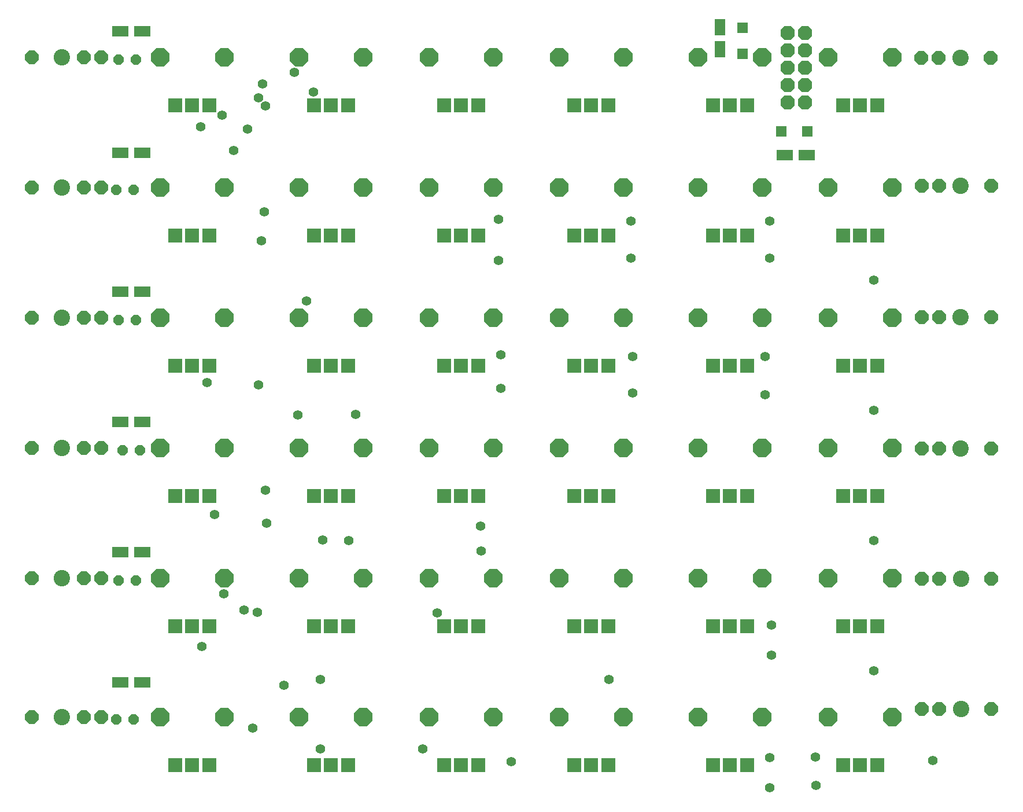
<source format=gbs>
G75*
%MOIN*%
%OFA0B0*%
%FSLAX25Y25*%
%IPPOS*%
%LPD*%
%AMOC8*
5,1,8,0,0,1.08239X$1,22.5*
%
%ADD10OC8,0.07800*%
%ADD11C,0.09461*%
%ADD12R,0.09461X0.06312*%
%ADD13OC8,0.06000*%
%ADD14R,0.08200X0.08200*%
%ADD15OC8,0.10800*%
%ADD16R,0.06312X0.06312*%
%ADD17OC8,0.08200*%
%ADD18R,0.06312X0.09461*%
%ADD19C,0.05550*%
D10*
X0028800Y0061300D03*
X0058800Y0061300D03*
X0068800Y0061300D03*
X0068800Y0141300D03*
X0058800Y0141300D03*
X0028800Y0141300D03*
X0028800Y0216300D03*
X0058800Y0216300D03*
X0068800Y0216300D03*
X0068800Y0291300D03*
X0058800Y0291300D03*
X0028800Y0291300D03*
X0028800Y0366300D03*
X0058800Y0366300D03*
X0068800Y0366300D03*
X0068800Y0441300D03*
X0058800Y0441300D03*
X0028800Y0441300D03*
X0541648Y0440931D03*
X0551648Y0440931D03*
X0581648Y0440931D03*
X0581804Y0367083D03*
X0551804Y0367083D03*
X0541804Y0367083D03*
X0541804Y0291533D03*
X0551804Y0291533D03*
X0581804Y0291533D03*
X0581804Y0215856D03*
X0551804Y0215856D03*
X0541804Y0215856D03*
X0541931Y0141068D03*
X0551931Y0141068D03*
X0581931Y0141068D03*
X0581931Y0065899D03*
X0551931Y0065899D03*
X0541931Y0065899D03*
D11*
X0564431Y0065899D03*
X0564431Y0141068D03*
X0564304Y0215856D03*
X0564304Y0291533D03*
X0564304Y0367083D03*
X0564148Y0440931D03*
X0046300Y0441300D03*
X0046300Y0366300D03*
X0046300Y0291300D03*
X0046300Y0216300D03*
X0046300Y0141300D03*
X0046300Y0061300D03*
D12*
X0080001Y0081300D03*
X0092599Y0081300D03*
X0092599Y0156300D03*
X0080001Y0156300D03*
X0080001Y0231300D03*
X0092599Y0231300D03*
X0092599Y0306300D03*
X0080001Y0306300D03*
X0080001Y0386300D03*
X0092599Y0386300D03*
X0092599Y0456300D03*
X0080001Y0456300D03*
X0463001Y0384800D03*
X0475599Y0384800D03*
D13*
X0087550Y0365050D03*
X0077550Y0365050D03*
X0078800Y0440050D03*
X0088800Y0440050D03*
X0088800Y0290050D03*
X0078800Y0290050D03*
X0081300Y0215050D03*
X0091300Y0215050D03*
X0088800Y0140050D03*
X0078800Y0140050D03*
X0077550Y0060050D03*
X0087550Y0060050D03*
D14*
X0111457Y0033741D03*
X0121300Y0033741D03*
X0131143Y0033741D03*
X0191457Y0033741D03*
X0201300Y0033741D03*
X0211143Y0033741D03*
X0266457Y0033741D03*
X0276300Y0033741D03*
X0286143Y0033741D03*
X0341457Y0033741D03*
X0351300Y0033741D03*
X0361143Y0033741D03*
X0421457Y0033741D03*
X0431300Y0033741D03*
X0441143Y0033741D03*
X0496457Y0033741D03*
X0506300Y0033741D03*
X0516143Y0033741D03*
X0516143Y0113741D03*
X0506300Y0113741D03*
X0496457Y0113741D03*
X0441143Y0113741D03*
X0431300Y0113741D03*
X0421457Y0113741D03*
X0361143Y0113741D03*
X0351300Y0113741D03*
X0341457Y0113741D03*
X0286143Y0113741D03*
X0276300Y0113741D03*
X0266457Y0113741D03*
X0211143Y0113741D03*
X0201300Y0113741D03*
X0191457Y0113741D03*
X0131143Y0113741D03*
X0121300Y0113741D03*
X0111457Y0113741D03*
X0111457Y0188741D03*
X0121300Y0188741D03*
X0131143Y0188741D03*
X0191457Y0188741D03*
X0201300Y0188741D03*
X0211143Y0188741D03*
X0266457Y0188741D03*
X0276300Y0188741D03*
X0286143Y0188741D03*
X0341457Y0188741D03*
X0351300Y0188741D03*
X0361143Y0188741D03*
X0421457Y0188741D03*
X0431300Y0188741D03*
X0441143Y0188741D03*
X0496457Y0188741D03*
X0506300Y0188741D03*
X0516143Y0188741D03*
X0516143Y0263741D03*
X0506300Y0263741D03*
X0496457Y0263741D03*
X0441143Y0263741D03*
X0431300Y0263741D03*
X0421457Y0263741D03*
X0361143Y0263741D03*
X0351300Y0263741D03*
X0341457Y0263741D03*
X0286143Y0263741D03*
X0276300Y0263741D03*
X0266457Y0263741D03*
X0211143Y0263741D03*
X0201300Y0263741D03*
X0191457Y0263741D03*
X0131143Y0263741D03*
X0121300Y0263741D03*
X0111457Y0263741D03*
X0111457Y0338741D03*
X0121300Y0338741D03*
X0131143Y0338741D03*
X0191457Y0338741D03*
X0201300Y0338741D03*
X0211143Y0338741D03*
X0266457Y0338741D03*
X0276300Y0338741D03*
X0286143Y0338741D03*
X0341457Y0338741D03*
X0351300Y0338741D03*
X0361143Y0338741D03*
X0421457Y0338741D03*
X0431300Y0338741D03*
X0441143Y0338741D03*
X0496457Y0338741D03*
X0506300Y0338741D03*
X0516143Y0338741D03*
X0516143Y0413741D03*
X0506300Y0413741D03*
X0496457Y0413741D03*
X0441143Y0413741D03*
X0431300Y0413741D03*
X0421457Y0413741D03*
X0361143Y0413741D03*
X0351300Y0413741D03*
X0341457Y0413741D03*
X0286143Y0413741D03*
X0276300Y0413741D03*
X0266457Y0413741D03*
X0211143Y0413741D03*
X0201300Y0413741D03*
X0191457Y0413741D03*
X0131143Y0413741D03*
X0121300Y0413741D03*
X0111457Y0413741D03*
D15*
X0102796Y0441300D03*
X0139804Y0441300D03*
X0182796Y0441300D03*
X0219804Y0441300D03*
X0257796Y0441300D03*
X0294804Y0441300D03*
X0332796Y0441300D03*
X0369804Y0441300D03*
X0412796Y0441300D03*
X0449804Y0441300D03*
X0487796Y0441300D03*
X0524804Y0441300D03*
X0524804Y0366300D03*
X0487796Y0366300D03*
X0449804Y0366300D03*
X0412796Y0366300D03*
X0369804Y0366300D03*
X0332796Y0366300D03*
X0294804Y0366300D03*
X0257796Y0366300D03*
X0219804Y0366300D03*
X0182796Y0366300D03*
X0139804Y0366300D03*
X0102796Y0366300D03*
X0102796Y0291300D03*
X0139804Y0291300D03*
X0182796Y0291300D03*
X0219804Y0291300D03*
X0257796Y0291300D03*
X0294804Y0291300D03*
X0332796Y0291300D03*
X0369804Y0291300D03*
X0412796Y0291300D03*
X0449804Y0291300D03*
X0487796Y0291300D03*
X0524804Y0291300D03*
X0524804Y0216300D03*
X0487796Y0216300D03*
X0449804Y0216300D03*
X0412796Y0216300D03*
X0369804Y0216300D03*
X0332796Y0216300D03*
X0294804Y0216300D03*
X0257796Y0216300D03*
X0219804Y0216300D03*
X0182796Y0216300D03*
X0139804Y0216300D03*
X0102796Y0216300D03*
X0102796Y0141300D03*
X0139804Y0141300D03*
X0182796Y0141300D03*
X0219804Y0141300D03*
X0257796Y0141300D03*
X0294804Y0141300D03*
X0332796Y0141300D03*
X0369804Y0141300D03*
X0412796Y0141300D03*
X0449804Y0141300D03*
X0487796Y0141300D03*
X0524804Y0141300D03*
X0524804Y0061300D03*
X0487796Y0061300D03*
X0449804Y0061300D03*
X0412796Y0061300D03*
X0369804Y0061300D03*
X0332796Y0061300D03*
X0294804Y0061300D03*
X0257796Y0061300D03*
X0219804Y0061300D03*
X0182796Y0061300D03*
X0139804Y0061300D03*
X0102796Y0061300D03*
D16*
X0460820Y0398550D03*
X0475780Y0398550D03*
X0438550Y0443320D03*
X0438550Y0458280D03*
D17*
X0464439Y0455402D03*
X0474439Y0455402D03*
X0474439Y0445402D03*
X0464439Y0445402D03*
X0464439Y0435402D03*
X0474439Y0435402D03*
X0474439Y0425402D03*
X0464439Y0425402D03*
X0464439Y0415402D03*
X0474439Y0415402D03*
D18*
X0425550Y0446001D03*
X0425550Y0458599D03*
D19*
X0454100Y0346750D03*
X0454100Y0325500D03*
X0514100Y0313000D03*
X0451600Y0269000D03*
X0451600Y0246750D03*
X0514100Y0238000D03*
X0514100Y0163000D03*
X0455350Y0114250D03*
X0455350Y0096750D03*
X0514100Y0088000D03*
X0480600Y0038300D03*
X0480800Y0022000D03*
X0454100Y0020500D03*
X0454100Y0038000D03*
X0548300Y0036300D03*
X0361600Y0083000D03*
X0305302Y0035441D03*
X0254100Y0043000D03*
X0195100Y0043000D03*
X0156100Y0055000D03*
X0174100Y0079500D03*
X0195350Y0083000D03*
X0158800Y0121600D03*
X0151200Y0122925D03*
X0139600Y0132200D03*
X0126850Y0102000D03*
X0196450Y0163100D03*
X0211600Y0163000D03*
X0164100Y0173000D03*
X0163550Y0191800D03*
X0134150Y0178000D03*
X0182200Y0235150D03*
X0159600Y0252600D03*
X0129850Y0253750D03*
X0187100Y0301000D03*
X0161100Y0335700D03*
X0163000Y0352100D03*
X0145350Y0387550D03*
X0153100Y0400000D03*
X0138659Y0407857D03*
X0126300Y0401300D03*
X0159700Y0417900D03*
X0163400Y0413250D03*
X0161950Y0425900D03*
X0180300Y0432522D03*
X0191300Y0421300D03*
X0297850Y0348000D03*
X0297850Y0324250D03*
X0299100Y0269750D03*
X0299100Y0250500D03*
X0375350Y0248000D03*
X0375350Y0268750D03*
X0374100Y0325500D03*
X0374100Y0346750D03*
X0215500Y0235500D03*
X0287650Y0171150D03*
X0287850Y0156750D03*
X0262650Y0121200D03*
M02*

</source>
